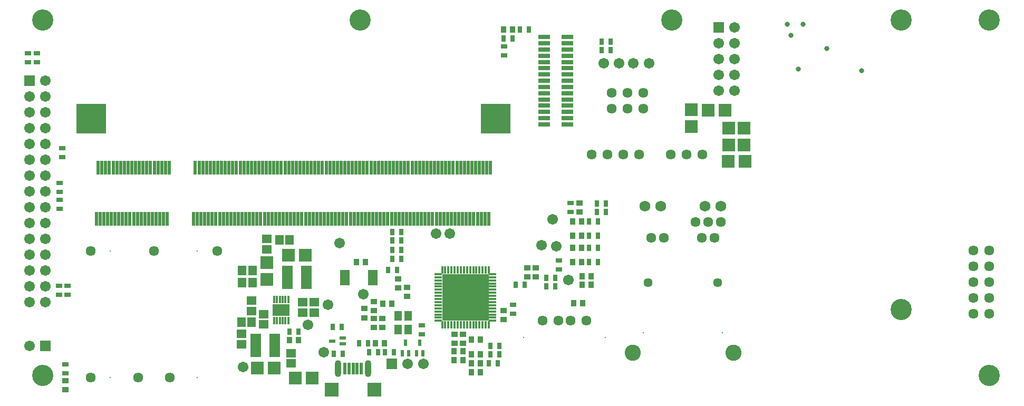
<source format=gts>
G04 Layer_Color=8388736*
%FSAX25Y25*%
%MOIN*%
G70*
G01*
G75*
%ADD97R,0.08674X0.08674*%
%ADD98R,0.02375X0.07690*%
%ADD99R,0.03162X0.04147*%
%ADD100R,0.06312X0.05721*%
%ADD101R,0.03359X0.04343*%
%ADD102R,0.05721X0.06312*%
%ADD103R,0.07887X0.08280*%
%ADD104R,0.08280X0.07887*%
%ADD105R,0.04343X0.03359*%
%ADD106R,0.02178X0.08674*%
%ADD107R,0.18517X0.18910*%
%ADD108R,0.07296X0.03162*%
%ADD109R,0.06706X0.14973*%
%ADD110R,0.04422X0.03241*%
%ADD111R,0.02375X0.04147*%
%ADD112R,0.04147X0.02375*%
%ADD113R,0.04147X0.03162*%
%ADD114C,0.06706*%
%ADD115R,0.01784X0.04540*%
%ADD116R,0.04540X0.01784*%
%ADD117R,0.29540X0.29540*%
%ADD118R,0.06115X0.01981*%
%ADD119R,0.05131X0.06312*%
%ADD120R,0.01784X0.04737*%
%ADD121R,0.10642X0.07493*%
%ADD122R,0.03241X0.04422*%
%ADD123O,0.04147X0.10642*%
%ADD124C,0.06343*%
%ADD125C,0.00800*%
%ADD126R,0.06706X0.06706*%
%ADD127R,0.06706X0.06706*%
%ADD128C,0.05721*%
%ADD129C,0.10249*%
%ADD130C,0.06824*%
%ADD131C,0.13398*%
%ADD132C,0.03162*%
%ADD133C,0.03300*%
D97*
X0809886Y0112311D02*
D03*
X0782917D02*
D03*
D98*
X0791382Y0125500D02*
D03*
X0793941D02*
D03*
X0801618D02*
D03*
X0799059D02*
D03*
X0796500D02*
D03*
D99*
X0901896Y0340000D02*
D03*
X0907604D02*
D03*
X0887854Y0129000D02*
D03*
X0882146D02*
D03*
X0888854Y0134500D02*
D03*
X0883146D02*
D03*
X0888854Y0140000D02*
D03*
X0883146D02*
D03*
X0761854Y0149000D02*
D03*
X0756146D02*
D03*
X0800146Y0141500D02*
D03*
X0805854D02*
D03*
X0822354Y0136000D02*
D03*
X0816646D02*
D03*
X0806500D02*
D03*
X0812209D02*
D03*
X0891396Y0334250D02*
D03*
X0897104D02*
D03*
X0821146Y0212000D02*
D03*
X0826854D02*
D03*
X0821146Y0206500D02*
D03*
X0826854D02*
D03*
X0821146Y0195000D02*
D03*
X0826854D02*
D03*
X0821146Y0200500D02*
D03*
X0826854D02*
D03*
X0953396Y0332250D02*
D03*
X0959104D02*
D03*
X0953396Y0326750D02*
D03*
X0959104D02*
D03*
X0918646Y0177500D02*
D03*
X0924354D02*
D03*
X0918646Y0183000D02*
D03*
X0924354D02*
D03*
X0951354Y0209500D02*
D03*
X0945646D02*
D03*
X0951354Y0218500D02*
D03*
X0945646D02*
D03*
X0951354Y0193000D02*
D03*
X0945646D02*
D03*
X0951354Y0202000D02*
D03*
X0945646D02*
D03*
X0956354Y0230000D02*
D03*
X0950646D02*
D03*
Y0224500D02*
D03*
X0956354D02*
D03*
X0818646Y0188000D02*
D03*
X0824354D02*
D03*
X0899146Y0178500D02*
D03*
X0904854D02*
D03*
X0789354Y0152000D02*
D03*
X0783646D02*
D03*
X0784146Y0135000D02*
D03*
X0789854D02*
D03*
D100*
X0742000Y0207498D02*
D03*
Y0201002D02*
D03*
X0764500Y0161002D02*
D03*
Y0167498D02*
D03*
X0757250Y0135248D02*
D03*
Y0128752D02*
D03*
X0772000Y0161002D02*
D03*
Y0167498D02*
D03*
X0739750Y0153502D02*
D03*
Y0159998D02*
D03*
X0732250Y0162002D02*
D03*
Y0168498D02*
D03*
X0726000Y0141002D02*
D03*
Y0147498D02*
D03*
D101*
X0756146Y0143500D02*
D03*
X0761854D02*
D03*
X0897354Y0340000D02*
D03*
X0891646D02*
D03*
X0935146Y0209500D02*
D03*
X0940854D02*
D03*
X0935146Y0218500D02*
D03*
X0940854D02*
D03*
X0935146Y0193000D02*
D03*
X0940854D02*
D03*
X0946854Y0178500D02*
D03*
X0941146D02*
D03*
X0946854Y0184000D02*
D03*
X0941146D02*
D03*
X0871146Y0129000D02*
D03*
X0876854D02*
D03*
X0871146Y0134500D02*
D03*
X0876854D02*
D03*
X0871146Y0144000D02*
D03*
X0876854D02*
D03*
X0865854Y0131000D02*
D03*
X0860146D02*
D03*
X0865854Y0136500D02*
D03*
X0860146D02*
D03*
X0820854Y0166500D02*
D03*
X0815146D02*
D03*
X0804354Y0193000D02*
D03*
X0798646D02*
D03*
X0936000Y0167000D02*
D03*
X0941709D02*
D03*
X0816354Y0141500D02*
D03*
X0810646D02*
D03*
X0935146Y0202000D02*
D03*
X0940854D02*
D03*
D102*
X0749752Y0207000D02*
D03*
X0756248D02*
D03*
X0732248Y0154750D02*
D03*
X0725752D02*
D03*
X0732748Y0180000D02*
D03*
X0726252D02*
D03*
Y0187500D02*
D03*
X0732748D02*
D03*
D103*
X1010250Y0289065D02*
D03*
Y0278435D02*
D03*
X1033750Y0266750D02*
D03*
Y0277380D02*
D03*
X1043500Y0266750D02*
D03*
Y0277380D02*
D03*
X0742000Y0192565D02*
D03*
Y0181935D02*
D03*
D104*
X1020935Y0289000D02*
D03*
X1031565D02*
D03*
X0759935Y0119500D02*
D03*
X0770565D02*
D03*
X0746565Y0126000D02*
D03*
X0735935D02*
D03*
X0755435Y0197250D02*
D03*
X0766065D02*
D03*
X1033435Y0256565D02*
D03*
X1044065D02*
D03*
D105*
X0939500Y0224646D02*
D03*
Y0230354D02*
D03*
X0891500Y0162209D02*
D03*
Y0156500D02*
D03*
X0912000Y0183646D02*
D03*
Y0189354D02*
D03*
X0906500Y0183646D02*
D03*
Y0189354D02*
D03*
X0866000Y0147354D02*
D03*
Y0141646D02*
D03*
X0860500Y0147354D02*
D03*
Y0141646D02*
D03*
X0830500Y0171146D02*
D03*
Y0176854D02*
D03*
X0825000Y0176646D02*
D03*
Y0182354D02*
D03*
X0815000Y0151646D02*
D03*
Y0157354D02*
D03*
X0809500Y0151646D02*
D03*
Y0157354D02*
D03*
Y0167854D02*
D03*
Y0162146D02*
D03*
X0614500Y0112146D02*
D03*
Y0117854D02*
D03*
D106*
X0827823Y0220216D02*
D03*
X0830185D02*
D03*
X0841996D02*
D03*
X0844358D02*
D03*
X0634122D02*
D03*
X0636484D02*
D03*
X0638846D02*
D03*
X0641209D02*
D03*
X0643571D02*
D03*
X0645933D02*
D03*
X0648295D02*
D03*
X0650658D02*
D03*
X0653020D02*
D03*
X0655382D02*
D03*
X0657744D02*
D03*
X0660106D02*
D03*
X0662468D02*
D03*
X0664831D02*
D03*
X0667193D02*
D03*
X0669555D02*
D03*
X0671917D02*
D03*
X0674279D02*
D03*
X0676642D02*
D03*
X0679004D02*
D03*
X0635303Y0252500D02*
D03*
X0637665D02*
D03*
X0640028D02*
D03*
X0642390D02*
D03*
X0644752D02*
D03*
X0647114D02*
D03*
X0649476D02*
D03*
X0651839D02*
D03*
X0654201D02*
D03*
X0656563D02*
D03*
X0658925D02*
D03*
X0661287D02*
D03*
X0663650D02*
D03*
X0666012D02*
D03*
X0668374D02*
D03*
X0670736D02*
D03*
X0673098D02*
D03*
X0675461D02*
D03*
X0677823D02*
D03*
X0680185D02*
D03*
X0695539Y0220216D02*
D03*
X0697902D02*
D03*
X0700264D02*
D03*
X0702626D02*
D03*
X0704988D02*
D03*
X0707350D02*
D03*
X0709713D02*
D03*
X0712075D02*
D03*
X0714437D02*
D03*
X0716799D02*
D03*
X0719161D02*
D03*
X0721524D02*
D03*
X0723886D02*
D03*
X0726248D02*
D03*
X0728610D02*
D03*
X0730972D02*
D03*
X0733335D02*
D03*
X0735697D02*
D03*
X0738059D02*
D03*
X0740421D02*
D03*
X0742783D02*
D03*
X0745146D02*
D03*
X0747508D02*
D03*
X0749870D02*
D03*
X0752232D02*
D03*
X0754595D02*
D03*
X0756957D02*
D03*
X0759319D02*
D03*
X0761681D02*
D03*
X0764043D02*
D03*
X0766405D02*
D03*
X0768768D02*
D03*
X0771130D02*
D03*
X0773492D02*
D03*
X0775854D02*
D03*
X0778217D02*
D03*
X0780579D02*
D03*
X0782941D02*
D03*
X0785303D02*
D03*
X0787665D02*
D03*
X0790028D02*
D03*
X0792390D02*
D03*
X0794752D02*
D03*
X0797114D02*
D03*
X0799476D02*
D03*
X0801839D02*
D03*
X0804201D02*
D03*
X0806563D02*
D03*
X0808925D02*
D03*
X0811287D02*
D03*
X0813650D02*
D03*
X0816012D02*
D03*
X0818374D02*
D03*
X0820736D02*
D03*
X0823098D02*
D03*
X0825461D02*
D03*
X0832547D02*
D03*
X0834909D02*
D03*
X0837272D02*
D03*
X0839634D02*
D03*
X0846721D02*
D03*
X0849083D02*
D03*
X0851445D02*
D03*
X0853807D02*
D03*
X0856169D02*
D03*
X0858531D02*
D03*
X0860894D02*
D03*
X0863256D02*
D03*
X0865618D02*
D03*
X0867980D02*
D03*
X0870343D02*
D03*
X0872705D02*
D03*
X0875067D02*
D03*
X0877429D02*
D03*
X0879791D02*
D03*
X0882154D02*
D03*
X0696721Y0252500D02*
D03*
X0699083D02*
D03*
X0701445D02*
D03*
X0703807D02*
D03*
X0706169D02*
D03*
X0708532D02*
D03*
X0710894D02*
D03*
X0713256D02*
D03*
X0715618D02*
D03*
X0717980D02*
D03*
X0720342D02*
D03*
X0722705D02*
D03*
X0725067D02*
D03*
X0727429D02*
D03*
X0729791D02*
D03*
X0732154D02*
D03*
X0734516D02*
D03*
X0736878D02*
D03*
X0739240D02*
D03*
X0741602D02*
D03*
X0743965D02*
D03*
X0746327D02*
D03*
X0748689D02*
D03*
X0751051D02*
D03*
X0753413D02*
D03*
X0755776D02*
D03*
X0758138D02*
D03*
X0760500D02*
D03*
X0762862D02*
D03*
X0765224D02*
D03*
X0767587D02*
D03*
X0769949D02*
D03*
X0772311D02*
D03*
X0774673D02*
D03*
X0777035D02*
D03*
X0779398D02*
D03*
X0781760D02*
D03*
X0784122D02*
D03*
X0786484D02*
D03*
X0788846D02*
D03*
X0791209D02*
D03*
X0793571D02*
D03*
X0795933D02*
D03*
X0798295D02*
D03*
X0800657D02*
D03*
X0803020D02*
D03*
X0805382D02*
D03*
X0807744D02*
D03*
X0810106D02*
D03*
X0812469D02*
D03*
X0814831D02*
D03*
X0817193D02*
D03*
X0819555D02*
D03*
X0821917D02*
D03*
X0824279D02*
D03*
X0826642D02*
D03*
X0829004D02*
D03*
X0831366D02*
D03*
X0833728D02*
D03*
X0836091D02*
D03*
X0838453D02*
D03*
X0840815D02*
D03*
X0843177D02*
D03*
X0845539D02*
D03*
X0847902D02*
D03*
X0850264D02*
D03*
X0852626D02*
D03*
X0854988D02*
D03*
X0857350D02*
D03*
X0859713D02*
D03*
X0862075D02*
D03*
X0864437D02*
D03*
X0866799D02*
D03*
X0869161D02*
D03*
X0871524D02*
D03*
X0873886D02*
D03*
X0876248D02*
D03*
X0878610D02*
D03*
X0880972D02*
D03*
X0883335D02*
D03*
D107*
X0630972Y0283602D02*
D03*
X0886484D02*
D03*
D108*
X0932000Y0307500D02*
D03*
Y0311437D02*
D03*
Y0279941D02*
D03*
Y0283878D02*
D03*
Y0287815D02*
D03*
Y0291752D02*
D03*
Y0295689D02*
D03*
Y0299626D02*
D03*
Y0303563D02*
D03*
Y0315374D02*
D03*
Y0319311D02*
D03*
Y0323248D02*
D03*
Y0327185D02*
D03*
Y0331122D02*
D03*
Y0335059D02*
D03*
X0917335D02*
D03*
Y0331122D02*
D03*
Y0327185D02*
D03*
Y0323248D02*
D03*
Y0319311D02*
D03*
Y0315374D02*
D03*
Y0311437D02*
D03*
Y0307500D02*
D03*
Y0303563D02*
D03*
Y0299626D02*
D03*
Y0295689D02*
D03*
Y0291752D02*
D03*
Y0287815D02*
D03*
Y0283878D02*
D03*
Y0279941D02*
D03*
D109*
X0734996Y0140250D02*
D03*
X0747004D02*
D03*
X0767004Y0183250D02*
D03*
X0754996D02*
D03*
D110*
X0803500Y0157567D02*
D03*
Y0163433D02*
D03*
D111*
X0829500Y0141847D02*
D03*
X0831468Y0135153D02*
D03*
X0827532D02*
D03*
X0838500Y0141847D02*
D03*
X0840469Y0135153D02*
D03*
X0836532D02*
D03*
D112*
X0783153Y0143000D02*
D03*
X0789847Y0144968D02*
D03*
Y0141032D02*
D03*
D113*
X0614500Y0128354D02*
D03*
Y0122646D02*
D03*
X0611000Y0242854D02*
D03*
Y0237146D02*
D03*
Y0226646D02*
D03*
Y0232354D02*
D03*
X0590750Y0324854D02*
D03*
Y0319146D02*
D03*
X0596500Y0324854D02*
D03*
Y0319146D02*
D03*
X0892000Y0329104D02*
D03*
Y0323396D02*
D03*
X0612500Y0259146D02*
D03*
Y0264854D02*
D03*
X0616000Y0177854D02*
D03*
Y0172146D02*
D03*
X0610500D02*
D03*
Y0177854D02*
D03*
X0934000Y0224646D02*
D03*
Y0230354D02*
D03*
X0926500Y0188146D02*
D03*
Y0193854D02*
D03*
X0840000Y0147146D02*
D03*
Y0152854D02*
D03*
X0897500Y0160146D02*
D03*
Y0165854D02*
D03*
D114*
X0726750Y0126500D02*
D03*
X0787750Y0205000D02*
D03*
X0983500Y0318500D02*
D03*
X0964500D02*
D03*
X0954750D02*
D03*
X0767750Y0153250D02*
D03*
X0973500Y0318500D02*
D03*
X0857500Y0211000D02*
D03*
X0849000D02*
D03*
X0922500Y0220000D02*
D03*
X0915500Y0203500D02*
D03*
X0925000Y0203000D02*
D03*
X0932500Y0181500D02*
D03*
X0803000Y0172500D02*
D03*
X0778000Y0136000D02*
D03*
X0780500Y0166000D02*
D03*
X0841000Y0128500D02*
D03*
X0831000D02*
D03*
X0592000Y0140000D02*
D03*
X0602000Y0177500D02*
D03*
X0592000D02*
D03*
Y0297500D02*
D03*
Y0287500D02*
D03*
Y0277500D02*
D03*
Y0267500D02*
D03*
Y0257500D02*
D03*
Y0247500D02*
D03*
Y0237500D02*
D03*
Y0227500D02*
D03*
Y0217500D02*
D03*
Y0207500D02*
D03*
Y0197500D02*
D03*
Y0187500D02*
D03*
Y0167500D02*
D03*
X0602000Y0307500D02*
D03*
Y0297500D02*
D03*
Y0287500D02*
D03*
Y0277500D02*
D03*
Y0267500D02*
D03*
Y0257500D02*
D03*
Y0247500D02*
D03*
Y0237500D02*
D03*
Y0227500D02*
D03*
Y0217500D02*
D03*
Y0207500D02*
D03*
Y0197500D02*
D03*
Y0187500D02*
D03*
Y0167500D02*
D03*
X1027500Y0331250D02*
D03*
Y0321250D02*
D03*
Y0311250D02*
D03*
Y0301250D02*
D03*
X1037500Y0341250D02*
D03*
Y0331250D02*
D03*
Y0321250D02*
D03*
Y0311250D02*
D03*
Y0301250D02*
D03*
D115*
X0852736Y0153276D02*
D03*
X0854705D02*
D03*
X0856673D02*
D03*
X0858642D02*
D03*
X0860610D02*
D03*
X0862579D02*
D03*
X0864547D02*
D03*
X0866516D02*
D03*
X0868484D02*
D03*
X0870453D02*
D03*
X0872421D02*
D03*
X0874390D02*
D03*
X0876358D02*
D03*
X0878327D02*
D03*
X0880295D02*
D03*
X0882264D02*
D03*
Y0187724D02*
D03*
X0880295D02*
D03*
X0878327D02*
D03*
X0876358D02*
D03*
X0874390D02*
D03*
X0872421D02*
D03*
X0870453D02*
D03*
X0868484D02*
D03*
X0866516D02*
D03*
X0864547D02*
D03*
X0862579D02*
D03*
X0860610D02*
D03*
X0858642D02*
D03*
X0856673D02*
D03*
X0854705D02*
D03*
X0852736D02*
D03*
D116*
X0884724Y0155736D02*
D03*
Y0157705D02*
D03*
Y0159673D02*
D03*
Y0161642D02*
D03*
Y0163610D02*
D03*
Y0165579D02*
D03*
Y0167547D02*
D03*
Y0169516D02*
D03*
Y0171484D02*
D03*
Y0173453D02*
D03*
Y0175421D02*
D03*
Y0177390D02*
D03*
Y0179358D02*
D03*
Y0181327D02*
D03*
Y0183295D02*
D03*
Y0185264D02*
D03*
X0850276D02*
D03*
Y0183295D02*
D03*
Y0181327D02*
D03*
Y0179358D02*
D03*
Y0177390D02*
D03*
Y0175421D02*
D03*
Y0173453D02*
D03*
Y0171484D02*
D03*
Y0169516D02*
D03*
Y0163610D02*
D03*
Y0161642D02*
D03*
Y0159673D02*
D03*
Y0157705D02*
D03*
Y0155736D02*
D03*
Y0167547D02*
D03*
Y0165579D02*
D03*
D117*
X0867500Y0170500D02*
D03*
D118*
X0791240Y0179063D02*
D03*
Y0181032D02*
D03*
Y0186937D02*
D03*
Y0184968D02*
D03*
Y0183000D02*
D03*
X0808760Y0186937D02*
D03*
Y0184968D02*
D03*
Y0183000D02*
D03*
Y0181032D02*
D03*
Y0179063D02*
D03*
D119*
X0831150Y0158831D02*
D03*
X0824850Y0150169D02*
D03*
X0831150D02*
D03*
X0824850Y0158831D02*
D03*
D120*
X0755429Y0169193D02*
D03*
X0753657D02*
D03*
X0751886D02*
D03*
X0750114D02*
D03*
X0746571D02*
D03*
Y0155807D02*
D03*
X0748343Y0169193D02*
D03*
Y0155807D02*
D03*
X0750114D02*
D03*
X0751886D02*
D03*
X0753657D02*
D03*
X0755429D02*
D03*
D121*
X0751000Y0162500D02*
D03*
D122*
X0877000Y0123250D02*
D03*
X0871134D02*
D03*
D123*
X0786953Y0125500D02*
D03*
X0806047D02*
D03*
D124*
X1188500Y0160250D02*
D03*
X1198500Y0200250D02*
D03*
Y0190250D02*
D03*
Y0180250D02*
D03*
Y0170250D02*
D03*
Y0160250D02*
D03*
X1188500Y0170250D02*
D03*
Y0180250D02*
D03*
Y0190250D02*
D03*
Y0200250D02*
D03*
X0926126Y0156000D02*
D03*
X0934000D02*
D03*
X0916284D02*
D03*
X0943843D02*
D03*
X0960000Y0289750D02*
D03*
X0970000D02*
D03*
X0980000D02*
D03*
X0960000Y0299750D02*
D03*
X0970000D02*
D03*
X0980000D02*
D03*
X1024972Y0208032D02*
D03*
X1020976Y0218032D02*
D03*
X1016980Y0208032D02*
D03*
X1012984Y0218032D02*
D03*
X0993004Y0208032D02*
D03*
X0985012D02*
D03*
X1028969Y0218032D02*
D03*
X0710500Y0200000D02*
D03*
X0630500Y0120000D02*
D03*
Y0200000D02*
D03*
X0670500D02*
D03*
X0660500Y0120000D02*
D03*
X0680500D02*
D03*
X1017250Y0260750D02*
D03*
X1007250D02*
D03*
X0997250D02*
D03*
X0977250D02*
D03*
X0967250D02*
D03*
X0957250D02*
D03*
X0947250D02*
D03*
D125*
X0955929Y0145331D02*
D03*
X0904197D02*
D03*
X1029992Y0148031D02*
D03*
X0979992D02*
D03*
X0642980Y0200000D02*
D03*
Y0120000D02*
D03*
X0697980Y0200000D02*
D03*
Y0120000D02*
D03*
D126*
X0821000Y0128500D02*
D03*
X0602000Y0140000D02*
D03*
D127*
X0592000Y0307500D02*
D03*
X1027500Y0341250D02*
D03*
D128*
X0982984Y0180000D02*
D03*
X1027000D02*
D03*
D129*
X1036744Y0135512D02*
D03*
X0973240D02*
D03*
D130*
X1028988Y0228031D02*
D03*
X1018988D02*
D03*
X0990996D02*
D03*
X0980996D02*
D03*
D131*
X0600248Y0121295D02*
D03*
X1198673D02*
D03*
Y0345705D02*
D03*
X0600248D02*
D03*
X1143000Y0163000D02*
D03*
Y0345705D02*
D03*
X0801035Y0345705D02*
D03*
X0997886D02*
D03*
D132*
X0880492Y0183492D02*
D03*
Y0179161D02*
D03*
Y0174831D02*
D03*
Y0170500D02*
D03*
Y0166169D02*
D03*
Y0161839D02*
D03*
Y0157508D02*
D03*
X0876161Y0183492D02*
D03*
Y0179161D02*
D03*
Y0174831D02*
D03*
Y0170500D02*
D03*
Y0166169D02*
D03*
Y0161839D02*
D03*
Y0157508D02*
D03*
X0871831Y0183492D02*
D03*
Y0179161D02*
D03*
Y0174831D02*
D03*
Y0170500D02*
D03*
Y0166169D02*
D03*
Y0161839D02*
D03*
Y0157508D02*
D03*
X0867500Y0183492D02*
D03*
Y0179161D02*
D03*
Y0174831D02*
D03*
Y0170500D02*
D03*
Y0166169D02*
D03*
Y0161839D02*
D03*
Y0157508D02*
D03*
X0863169Y0183492D02*
D03*
Y0179161D02*
D03*
Y0174831D02*
D03*
Y0170500D02*
D03*
Y0166169D02*
D03*
Y0161839D02*
D03*
Y0157508D02*
D03*
X0858839Y0183492D02*
D03*
Y0179161D02*
D03*
Y0174831D02*
D03*
Y0170500D02*
D03*
Y0166169D02*
D03*
Y0161839D02*
D03*
Y0157508D02*
D03*
X0854508Y0183492D02*
D03*
Y0179161D02*
D03*
Y0174831D02*
D03*
Y0170500D02*
D03*
Y0166169D02*
D03*
Y0161839D02*
D03*
Y0157508D02*
D03*
D133*
X1095750Y0327750D02*
D03*
X1118000Y0314000D02*
D03*
X1073250Y0336250D02*
D03*
X1070924Y0343250D02*
D03*
X1078000Y0315000D02*
D03*
X1080924Y0343250D02*
D03*
M02*

</source>
